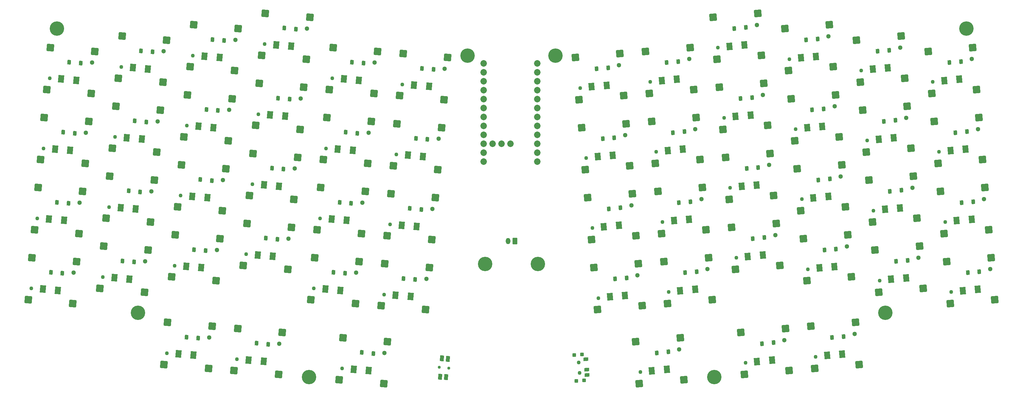
<source format=gbr>
%TF.GenerationSoftware,KiCad,Pcbnew,9.0.2*%
%TF.CreationDate,2025-06-04T11:45:29-06:00*%
%TF.ProjectId,chasm-v4,63686173-6d2d-4763-942e-6b696361645f,v1.0.0*%
%TF.SameCoordinates,Original*%
%TF.FileFunction,Soldermask,Top*%
%TF.FilePolarity,Negative*%
%FSLAX46Y46*%
G04 Gerber Fmt 4.6, Leading zero omitted, Abs format (unit mm)*
G04 Created by KiCad (PCBNEW 9.0.2) date 2025-06-04 11:45:29*
%MOMM*%
%LPD*%
G01*
G04 APERTURE LIST*
G04 Aperture macros list*
%AMRoundRect*
0 Rectangle with rounded corners*
0 $1 Rounding radius*
0 $2 $3 $4 $5 $6 $7 $8 $9 X,Y pos of 4 corners*
0 Add a 4 corners polygon primitive as box body*
4,1,4,$2,$3,$4,$5,$6,$7,$8,$9,$2,$3,0*
0 Add four circle primitives for the rounded corners*
1,1,$1+$1,$2,$3*
1,1,$1+$1,$4,$5*
1,1,$1+$1,$6,$7*
1,1,$1+$1,$8,$9*
0 Add four rect primitives between the rounded corners*
20,1,$1+$1,$2,$3,$4,$5,0*
20,1,$1+$1,$4,$5,$6,$7,0*
20,1,$1+$1,$6,$7,$8,$9,0*
20,1,$1+$1,$8,$9,$2,$3,0*%
G04 Aperture macros list end*
%ADD10C,1.852600*%
%ADD11C,0.900000*%
%ADD12RoundRect,0.262500X-0.853138X-0.715868X0.715868X-0.853138X0.853138X0.715868X-0.715868X0.853138X0*%
%ADD13RoundRect,0.050000X-0.859207X-0.928649X0.684895X-1.063740X0.859207X0.928649X-0.684895X1.063740X0*%
%ADD14C,1.300000*%
%ADD15C,1.100000*%
%ADD16RoundRect,0.262500X-0.715868X-0.853138X0.853138X-0.715868X0.715868X0.853138X-0.853138X0.715868X0*%
%ADD17RoundRect,0.050000X-0.684895X-1.063740X0.859207X-0.928649X0.684895X1.063740X-0.859207X0.928649X0*%
%ADD18RoundRect,0.050000X-0.500581X-0.558497X0.395994X-0.636937X0.500581X0.558497X-0.395994X0.636937X0*%
%ADD19RoundRect,0.050000X-0.395994X-0.636937X0.500581X-0.558497X0.395994X0.636937X-0.500581X0.558497X0*%
%ADD20O,1.300000X1.800000*%
%ADD21RoundRect,0.050000X0.600000X0.850000X-0.600000X0.850000X-0.600000X-0.850000X0.600000X-0.850000X0*%
%ADD22RoundRect,0.050000X-0.430552X0.815629X-0.565643X-0.728473X0.430552X-0.815629X0.565643X0.728473X0*%
%ADD23C,0.850000*%
%ADD24RoundRect,0.050000X0.487508X-0.409068X0.409068X0.487508X-0.487508X0.409068X-0.409068X-0.487508X0*%
%ADD25RoundRect,0.050000X0.661842X-0.393815X0.583402X0.502760X-0.661842X0.393815X-0.583402X-0.502760X0*%
%ADD26C,4.100000*%
G04 APERTURE END LIST*
D10*
%TO.C,MCU1*%
X230164623Y-61052559D03*
X227624623Y-61052559D03*
X225084623Y-61052559D03*
X222544623Y-38192559D03*
X222544623Y-40732559D03*
X222544623Y-43272559D03*
X222544623Y-45812559D03*
X222544623Y-48352559D03*
X222544623Y-50892559D03*
X222544623Y-53432559D03*
X222544623Y-55972559D03*
X222544623Y-58512559D03*
X222544623Y-61052559D03*
X222544623Y-63592559D03*
X222544623Y-66132559D03*
X237784623Y-66132559D03*
X237784623Y-63592559D03*
X237784623Y-61052559D03*
X237784623Y-58512559D03*
X237784623Y-55972559D03*
X237784623Y-53432559D03*
X237784623Y-50892559D03*
X237784623Y-48352559D03*
X237784623Y-45812559D03*
X237784623Y-43272559D03*
X237784623Y-40732559D03*
X237784623Y-38192559D03*
%TD*%
D11*
%TO.C,S1*%
X101537283Y-102794617D03*
X97278551Y-102422027D03*
D12*
X105802902Y-106530607D03*
X106848771Y-94576271D03*
X93151229Y-105423729D03*
X94197098Y-93469393D03*
D13*
X101537283Y-102794617D03*
X97278551Y-102422027D03*
D14*
X106017608Y-97765968D03*
D15*
X93982392Y-102234032D03*
%TD*%
D11*
%TO.C,S2*%
X103280398Y-82870723D03*
X99021666Y-82498133D03*
D12*
X107546017Y-86606713D03*
X108591886Y-74652377D03*
X94894344Y-85499835D03*
X95940213Y-73545499D03*
D13*
X103280398Y-82870723D03*
X99021666Y-82498133D03*
D14*
X107760723Y-77842074D03*
D15*
X95725507Y-82310138D03*
%TD*%
D11*
%TO.C,S3*%
X105023513Y-62946829D03*
X100764781Y-62574239D03*
D12*
X109289132Y-66682819D03*
X110335001Y-54728483D03*
X96637459Y-65575941D03*
X97683328Y-53621605D03*
D13*
X105023513Y-62946829D03*
X100764781Y-62574239D03*
D14*
X109503838Y-57918180D03*
D15*
X97468622Y-62386244D03*
%TD*%
D11*
%TO.C,S4*%
X106766628Y-43022935D03*
X102507896Y-42650345D03*
D12*
X111032247Y-46758925D03*
X112078116Y-34804589D03*
X98380574Y-45652047D03*
X99426443Y-33697711D03*
D13*
X106766628Y-43022935D03*
X102507896Y-42650345D03*
D14*
X111246953Y-37994286D03*
D15*
X99211737Y-42462350D03*
%TD*%
D11*
%TO.C,S5*%
X121896956Y-99556758D03*
X117638224Y-99184168D03*
D12*
X126162575Y-103292748D03*
X127208444Y-91338412D03*
X113510902Y-102185870D03*
X114556771Y-90231534D03*
D13*
X121896956Y-99556758D03*
X117638224Y-99184168D03*
D14*
X126377281Y-94528109D03*
D15*
X114342065Y-98996173D03*
%TD*%
D11*
%TO.C,S6*%
X123640071Y-79632864D03*
X119381339Y-79260274D03*
D12*
X127905690Y-83368854D03*
X128951559Y-71414518D03*
X115254017Y-82261976D03*
X116299886Y-70307640D03*
D13*
X123640071Y-79632864D03*
X119381339Y-79260274D03*
D14*
X128120396Y-74604215D03*
D15*
X116085180Y-79072279D03*
%TD*%
D11*
%TO.C,S7*%
X125383186Y-59708970D03*
X121124454Y-59336380D03*
D12*
X129648805Y-63444960D03*
X130694674Y-51490624D03*
X116997132Y-62338082D03*
X118043001Y-50383746D03*
D13*
X125383186Y-59708970D03*
X121124454Y-59336380D03*
D14*
X129863511Y-54680321D03*
D15*
X117828295Y-59148385D03*
%TD*%
D11*
%TO.C,S8*%
X127126300Y-39785076D03*
X122867568Y-39412486D03*
D12*
X131391919Y-43521066D03*
X132437788Y-31566730D03*
X118740246Y-42414188D03*
X119786115Y-30459852D03*
D13*
X127126300Y-39785076D03*
X122867568Y-39412486D03*
D14*
X131606625Y-34756427D03*
D15*
X119571409Y-39224491D03*
%TD*%
D11*
%TO.C,S9*%
X142256628Y-96318900D03*
X137997896Y-95946310D03*
D12*
X146522247Y-100054890D03*
X147568116Y-88100554D03*
X133870574Y-98948012D03*
X134916443Y-86993676D03*
D13*
X142256628Y-96318900D03*
X137997896Y-95946310D03*
D14*
X146736953Y-91290251D03*
D15*
X134701737Y-95758315D03*
%TD*%
D11*
%TO.C,S10*%
X143999743Y-76395006D03*
X139741011Y-76022416D03*
D12*
X148265362Y-80130996D03*
X149311231Y-68176660D03*
X135613689Y-79024118D03*
X136659558Y-67069782D03*
D13*
X143999743Y-76395006D03*
X139741011Y-76022416D03*
D14*
X148480068Y-71366357D03*
D15*
X136444852Y-75834421D03*
%TD*%
D11*
%TO.C,S11*%
X145742858Y-56471112D03*
X141484126Y-56098522D03*
D12*
X150008477Y-60207102D03*
X151054346Y-48252766D03*
X137356804Y-59100224D03*
X138402673Y-47145888D03*
D13*
X145742858Y-56471112D03*
X141484126Y-56098522D03*
D14*
X150223183Y-51442463D03*
D15*
X138187967Y-55910527D03*
%TD*%
D11*
%TO.C,S12*%
X147485973Y-36547218D03*
X143227241Y-36174628D03*
D12*
X151751592Y-40283208D03*
X152797461Y-28328872D03*
X139099919Y-39176330D03*
X140145788Y-27221994D03*
D13*
X147485973Y-36547218D03*
X143227241Y-36174628D03*
D14*
X151966298Y-31518569D03*
D15*
X139931082Y-35986633D03*
%TD*%
D11*
%TO.C,S13*%
X162616301Y-93081041D03*
X158357569Y-92708451D03*
D12*
X166881920Y-96817031D03*
X167927789Y-84862695D03*
X154230247Y-95710153D03*
X155276116Y-83755817D03*
D13*
X162616301Y-93081041D03*
X158357569Y-92708451D03*
D14*
X167096626Y-88052392D03*
D15*
X155061410Y-92520456D03*
%TD*%
D11*
%TO.C,S14*%
X164359416Y-73157147D03*
X160100684Y-72784557D03*
D12*
X168625035Y-76893137D03*
X169670904Y-64938801D03*
X155973362Y-75786259D03*
X157019231Y-63831923D03*
D13*
X164359416Y-73157147D03*
X160100684Y-72784557D03*
D14*
X168839741Y-68128498D03*
D15*
X156804525Y-72596562D03*
%TD*%
D11*
%TO.C,S15*%
X166102531Y-53233253D03*
X161843799Y-52860663D03*
D12*
X170368150Y-56969243D03*
X171414019Y-45014907D03*
X157716477Y-55862365D03*
X158762346Y-43908029D03*
D13*
X166102531Y-53233253D03*
X161843799Y-52860663D03*
D14*
X170582856Y-48204604D03*
D15*
X158547640Y-52672668D03*
%TD*%
D11*
%TO.C,S16*%
X167845646Y-33309359D03*
X163586914Y-32936769D03*
D12*
X172111265Y-37045349D03*
X173157134Y-25091013D03*
X159459592Y-35938471D03*
X160505461Y-23984135D03*
D13*
X167845646Y-33309359D03*
X163586914Y-32936769D03*
D14*
X172325971Y-28280710D03*
D15*
X160290755Y-32748774D03*
%TD*%
D11*
%TO.C,S17*%
X181842949Y-102793714D03*
X177584217Y-102421124D03*
D12*
X186108568Y-106529704D03*
X187154437Y-94575368D03*
X173456895Y-105422826D03*
X174502764Y-93468490D03*
D13*
X181842949Y-102793714D03*
X177584217Y-102421124D03*
D14*
X186323274Y-97765065D03*
D15*
X174288058Y-102233129D03*
%TD*%
D11*
%TO.C,S18*%
X183586064Y-82869819D03*
X179327332Y-82497229D03*
D12*
X187851683Y-86605809D03*
X188897552Y-74651473D03*
X175200010Y-85498931D03*
X176245879Y-73544595D03*
D13*
X183586064Y-82869819D03*
X179327332Y-82497229D03*
D14*
X188066389Y-77841170D03*
D15*
X176031173Y-82309234D03*
%TD*%
D11*
%TO.C,S19*%
X185329179Y-62945925D03*
X181070447Y-62573335D03*
D12*
X189594798Y-66681915D03*
X190640667Y-54727579D03*
X176943125Y-65575037D03*
X177988994Y-53620701D03*
D13*
X185329179Y-62945925D03*
X181070447Y-62573335D03*
D14*
X189809504Y-57917276D03*
D15*
X177774288Y-62385340D03*
%TD*%
D11*
%TO.C,S20*%
X187072294Y-43022031D03*
X182813562Y-42649441D03*
D12*
X191337913Y-46758021D03*
X192383782Y-34803685D03*
X178686240Y-45651143D03*
X179732109Y-33696807D03*
D13*
X187072294Y-43022031D03*
X182813562Y-42649441D03*
D14*
X191552619Y-37993382D03*
D15*
X179517403Y-42461446D03*
%TD*%
D11*
%TO.C,S21*%
X201766843Y-104536828D03*
X197508111Y-104164238D03*
D12*
X206032462Y-108272818D03*
X207078331Y-96318482D03*
X193380789Y-107165940D03*
X194426658Y-95211604D03*
D13*
X201766843Y-104536828D03*
X197508111Y-104164238D03*
D14*
X206247168Y-99508179D03*
D15*
X194211952Y-103976243D03*
%TD*%
D11*
%TO.C,S22*%
X203509958Y-84612934D03*
X199251226Y-84240344D03*
D12*
X207775577Y-88348924D03*
X208821446Y-76394588D03*
X195123904Y-87242046D03*
X196169773Y-75287710D03*
D13*
X203509958Y-84612934D03*
X199251226Y-84240344D03*
D14*
X207990283Y-79584285D03*
D15*
X195955067Y-84052349D03*
%TD*%
D11*
%TO.C,S23*%
X205253073Y-64689040D03*
X200994341Y-64316450D03*
D12*
X209518692Y-68425030D03*
X210564561Y-56470694D03*
X196867019Y-67318152D03*
X197912888Y-55363816D03*
D13*
X205253073Y-64689040D03*
X200994341Y-64316450D03*
D14*
X209733398Y-59660391D03*
D15*
X197698182Y-64128455D03*
%TD*%
D11*
%TO.C,S24*%
X206996188Y-44765146D03*
X202737456Y-44392556D03*
D12*
X211261807Y-48501136D03*
X212307676Y-36546800D03*
X198610134Y-47394258D03*
X199656003Y-35439922D03*
D13*
X206996188Y-44765146D03*
X202737456Y-44392556D03*
D14*
X211476513Y-39736497D03*
D15*
X199441297Y-44204561D03*
%TD*%
D11*
%TO.C,S25*%
X140077735Y-121223767D03*
X135819003Y-120851177D03*
D12*
X144343354Y-124959757D03*
X145389223Y-113005421D03*
X131691681Y-123852879D03*
X132737550Y-111898543D03*
D13*
X140077735Y-121223767D03*
X135819003Y-120851177D03*
D14*
X144558060Y-116195118D03*
D15*
X132522844Y-120663182D03*
%TD*%
D11*
%TO.C,S26*%
X160001629Y-122966882D03*
X155742897Y-122594292D03*
D12*
X164267248Y-126702872D03*
X165313117Y-114748536D03*
X151615575Y-125595994D03*
X152661444Y-113641658D03*
D13*
X160001629Y-122966882D03*
X155742897Y-122594292D03*
D14*
X164481954Y-117938233D03*
D15*
X152446738Y-122406297D03*
%TD*%
D11*
%TO.C,S27*%
X189887470Y-125581554D03*
X185628738Y-125208964D03*
D12*
X194153089Y-129317544D03*
X195198958Y-117363208D03*
X181501416Y-128210666D03*
X182547285Y-116256330D03*
D13*
X189887470Y-125581554D03*
X185628738Y-125208964D03*
D14*
X194367795Y-120552905D03*
D15*
X182332579Y-125020969D03*
%TD*%
D11*
%TO.C,S28*%
X362917017Y-102485215D03*
X358658285Y-102857805D03*
D16*
X367766580Y-105423729D03*
X366720711Y-93469393D03*
X355114907Y-106530607D03*
X354069038Y-94576271D03*
D17*
X362917017Y-102485215D03*
X358658285Y-102857805D03*
D14*
X366456060Y-96754961D03*
D15*
X355379558Y-103245039D03*
%TD*%
D11*
%TO.C,S29*%
X361173903Y-82561321D03*
X356915171Y-82933911D03*
D16*
X366023466Y-85499835D03*
X364977597Y-73545499D03*
X353371793Y-86606713D03*
X352325924Y-74652377D03*
D17*
X361173903Y-82561321D03*
X356915171Y-82933911D03*
D14*
X364712946Y-76831067D03*
D15*
X353636444Y-83321145D03*
%TD*%
D11*
%TO.C,S30*%
X359430788Y-62637427D03*
X355172056Y-63010017D03*
D16*
X364280351Y-65575941D03*
X363234482Y-53621605D03*
X351628678Y-66682819D03*
X350582809Y-54728483D03*
D17*
X359430788Y-62637427D03*
X355172056Y-63010017D03*
D14*
X362969831Y-56907173D03*
D15*
X351893329Y-63397251D03*
%TD*%
D11*
%TO.C,S31*%
X357687673Y-42713533D03*
X353428941Y-43086123D03*
D16*
X362537236Y-45652047D03*
X361491367Y-33697711D03*
X349885563Y-46758925D03*
X348839694Y-34804589D03*
D17*
X357687673Y-42713533D03*
X353428941Y-43086123D03*
D14*
X361226716Y-36983279D03*
D15*
X350150214Y-43473357D03*
%TD*%
D11*
%TO.C,S32*%
X342557345Y-99247356D03*
X338298613Y-99619946D03*
D16*
X347406908Y-102185870D03*
X346361039Y-90231534D03*
X334755235Y-103292748D03*
X333709366Y-91338412D03*
D17*
X342557345Y-99247356D03*
X338298613Y-99619946D03*
D14*
X346096388Y-93517102D03*
D15*
X335019886Y-100007180D03*
%TD*%
D11*
%TO.C,S33*%
X340814230Y-79323462D03*
X336555498Y-79696052D03*
D16*
X345663793Y-82261976D03*
X344617924Y-70307640D03*
X333012120Y-83368854D03*
X331966251Y-71414518D03*
D17*
X340814230Y-79323462D03*
X336555498Y-79696052D03*
D14*
X344353273Y-73593208D03*
D15*
X333276771Y-80083286D03*
%TD*%
D11*
%TO.C,S34*%
X339071115Y-59399568D03*
X334812383Y-59772158D03*
D16*
X343920678Y-62338082D03*
X342874809Y-50383746D03*
X331269005Y-63444960D03*
X330223136Y-51490624D03*
D17*
X339071115Y-59399568D03*
X334812383Y-59772158D03*
D14*
X342610158Y-53669314D03*
D15*
X331533656Y-60159392D03*
%TD*%
D11*
%TO.C,S35*%
X337328000Y-39475674D03*
X333069268Y-39848264D03*
D16*
X342177563Y-42414188D03*
X341131694Y-30459852D03*
X329525890Y-43521066D03*
X328480021Y-31566730D03*
D17*
X337328000Y-39475674D03*
X333069268Y-39848264D03*
D14*
X340867043Y-33745420D03*
D15*
X329790541Y-40235498D03*
%TD*%
D11*
%TO.C,S36*%
X322197672Y-96009498D03*
X317938940Y-96382088D03*
D16*
X327047235Y-98948012D03*
X326001366Y-86993676D03*
X314395562Y-100054890D03*
X313349693Y-88100554D03*
D17*
X322197672Y-96009498D03*
X317938940Y-96382088D03*
D14*
X325736715Y-90279244D03*
D15*
X314660213Y-96769322D03*
%TD*%
D11*
%TO.C,S37*%
X320454557Y-76085604D03*
X316195825Y-76458194D03*
D16*
X325304120Y-79024118D03*
X324258251Y-67069782D03*
X312652447Y-80130996D03*
X311606578Y-68176660D03*
D17*
X320454557Y-76085604D03*
X316195825Y-76458194D03*
D14*
X323993600Y-70355350D03*
D15*
X312917098Y-76845428D03*
%TD*%
D11*
%TO.C,S38*%
X318711442Y-56161710D03*
X314452710Y-56534300D03*
D16*
X323561005Y-59100224D03*
X322515136Y-47145888D03*
X310909332Y-60207102D03*
X309863463Y-48252766D03*
D17*
X318711442Y-56161710D03*
X314452710Y-56534300D03*
D14*
X322250485Y-50431456D03*
D15*
X311173983Y-56921534D03*
%TD*%
D11*
%TO.C,S39*%
X316968327Y-36237816D03*
X312709595Y-36610406D03*
D16*
X321817890Y-39176330D03*
X320772021Y-27221994D03*
X309166217Y-40283208D03*
X308120348Y-28328872D03*
D17*
X316968327Y-36237816D03*
X312709595Y-36610406D03*
D14*
X320507370Y-30507562D03*
D15*
X309430868Y-36997640D03*
%TD*%
D11*
%TO.C,S40*%
X301837999Y-92771639D03*
X297579267Y-93144229D03*
D16*
X306687562Y-95710153D03*
X305641693Y-83755817D03*
X294035889Y-96817031D03*
X292990020Y-84862695D03*
D17*
X301837999Y-92771639D03*
X297579267Y-93144229D03*
D14*
X305377042Y-87041385D03*
D15*
X294300540Y-93531463D03*
%TD*%
D11*
%TO.C,S41*%
X300094884Y-72847745D03*
X295836152Y-73220335D03*
D16*
X304944447Y-75786259D03*
X303898578Y-63831923D03*
X292292774Y-76893137D03*
X291246905Y-64938801D03*
D17*
X300094884Y-72847745D03*
X295836152Y-73220335D03*
D14*
X303633927Y-67117491D03*
D15*
X292557425Y-73607569D03*
%TD*%
D11*
%TO.C,S42*%
X298351770Y-52923851D03*
X294093038Y-53296441D03*
D16*
X303201333Y-55862365D03*
X302155464Y-43908029D03*
X290549660Y-56969243D03*
X289503791Y-45014907D03*
D17*
X298351770Y-52923851D03*
X294093038Y-53296441D03*
D14*
X301890813Y-47193597D03*
D15*
X290814311Y-53683675D03*
%TD*%
D11*
%TO.C,S43*%
X296608655Y-32999957D03*
X292349923Y-33372547D03*
D16*
X301458218Y-35938471D03*
X300412349Y-23984135D03*
X288806545Y-37045349D03*
X287760676Y-25091013D03*
D17*
X296608655Y-32999957D03*
X292349923Y-33372547D03*
D14*
X300147698Y-27269703D03*
D15*
X289071196Y-33759781D03*
%TD*%
D11*
%TO.C,S44*%
X282611351Y-102484312D03*
X278352619Y-102856902D03*
D16*
X287460914Y-105422826D03*
X286415045Y-93468490D03*
X274809241Y-106529704D03*
X273763372Y-94575368D03*
D17*
X282611351Y-102484312D03*
X278352619Y-102856902D03*
D14*
X286150394Y-96754058D03*
D15*
X275073892Y-103244136D03*
%TD*%
D11*
%TO.C,S45*%
X280868236Y-82560417D03*
X276609504Y-82933007D03*
D16*
X285717799Y-85498931D03*
X284671930Y-73544595D03*
X273066126Y-86605809D03*
X272020257Y-74651473D03*
D17*
X280868236Y-82560417D03*
X276609504Y-82933007D03*
D14*
X284407279Y-76830163D03*
D15*
X273330777Y-83320241D03*
%TD*%
D11*
%TO.C,S46*%
X279125122Y-62636523D03*
X274866390Y-63009113D03*
D16*
X283974685Y-65575037D03*
X282928816Y-53620701D03*
X271323012Y-66681915D03*
X270277143Y-54727579D03*
D17*
X279125122Y-62636523D03*
X274866390Y-63009113D03*
D14*
X282664165Y-56906269D03*
D15*
X271587663Y-63396347D03*
%TD*%
D11*
%TO.C,S47*%
X277382007Y-42712629D03*
X273123275Y-43085219D03*
D16*
X282231570Y-45651143D03*
X281185701Y-33696807D03*
X269579897Y-46758021D03*
X268534028Y-34803685D03*
D17*
X277382007Y-42712629D03*
X273123275Y-43085219D03*
D14*
X280921050Y-36982375D03*
D15*
X269844548Y-43472453D03*
%TD*%
D11*
%TO.C,S48*%
X262687457Y-104227426D03*
X258428725Y-104600016D03*
D16*
X267537020Y-107165940D03*
X266491151Y-95211604D03*
X254885347Y-108272818D03*
X253839478Y-96318482D03*
D17*
X262687457Y-104227426D03*
X258428725Y-104600016D03*
D14*
X266226500Y-98497172D03*
D15*
X255149998Y-104987250D03*
%TD*%
D11*
%TO.C,S49*%
X260944343Y-84303532D03*
X256685611Y-84676122D03*
D16*
X265793906Y-87242046D03*
X264748037Y-75287710D03*
X253142233Y-88348924D03*
X252096364Y-76394588D03*
D17*
X260944343Y-84303532D03*
X256685611Y-84676122D03*
D14*
X264483386Y-78573278D03*
D15*
X253406884Y-85063356D03*
%TD*%
D11*
%TO.C,S50*%
X259201228Y-64379638D03*
X254942496Y-64752228D03*
D16*
X264050791Y-67318152D03*
X263004922Y-55363816D03*
X251399118Y-68425030D03*
X250353249Y-56470694D03*
D17*
X259201228Y-64379638D03*
X254942496Y-64752228D03*
D14*
X262740271Y-58649384D03*
D15*
X251663769Y-65139462D03*
%TD*%
D11*
%TO.C,S51*%
X257458113Y-44455744D03*
X253199381Y-44828334D03*
D16*
X262307676Y-47394258D03*
X261261807Y-35439922D03*
X249656003Y-48501136D03*
X248610134Y-36546800D03*
D17*
X257458113Y-44455744D03*
X253199381Y-44828334D03*
D14*
X260997156Y-38725490D03*
D15*
X249920654Y-45215568D03*
%TD*%
D11*
%TO.C,S52*%
X324376566Y-120914365D03*
X320117834Y-121286955D03*
D16*
X329226129Y-123852879D03*
X328180260Y-111898543D03*
X316574456Y-124959757D03*
X315528587Y-113005421D03*
D17*
X324376566Y-120914365D03*
X320117834Y-121286955D03*
D14*
X327915609Y-115184111D03*
D15*
X316839107Y-121674189D03*
%TD*%
D11*
%TO.C,S53*%
X304452672Y-122657480D03*
X300193940Y-123030070D03*
D16*
X309302235Y-125595994D03*
X308256366Y-113641658D03*
X296650562Y-126702872D03*
X295604693Y-114748536D03*
D17*
X304452672Y-122657480D03*
X300193940Y-123030070D03*
D14*
X307991715Y-116927226D03*
D15*
X296915213Y-123417304D03*
%TD*%
D11*
%TO.C,S54*%
X274566831Y-125272152D03*
X270308099Y-125644742D03*
D16*
X279416394Y-128210666D03*
X278370525Y-116256330D03*
X266764721Y-129317544D03*
X265718852Y-117363208D03*
D17*
X274566831Y-125272152D03*
X270308099Y-125644742D03*
D14*
X278105874Y-119541898D03*
D15*
X267029372Y-126031976D03*
%TD*%
D18*
%TO.C,D1*%
X102840374Y-97939715D03*
X99552932Y-97652101D03*
%TD*%
%TO.C,D2*%
X104583489Y-78015821D03*
X101296047Y-77728207D03*
%TD*%
%TO.C,D3*%
X106326604Y-58091927D03*
X103039162Y-57804313D03*
%TD*%
%TO.C,D4*%
X108069719Y-38168033D03*
X104782277Y-37880419D03*
%TD*%
%TO.C,D5*%
X123200047Y-94701856D03*
X119912605Y-94414242D03*
%TD*%
%TO.C,D6*%
X124943162Y-74777962D03*
X121655720Y-74490348D03*
%TD*%
%TO.C,D7*%
X126686276Y-54854068D03*
X123398834Y-54566454D03*
%TD*%
%TO.C,D8*%
X128429391Y-34930174D03*
X125141949Y-34642560D03*
%TD*%
%TO.C,D9*%
X143559719Y-91463998D03*
X140272277Y-91176384D03*
%TD*%
%TO.C,D10*%
X145302834Y-71540104D03*
X142015392Y-71252490D03*
%TD*%
%TO.C,D11*%
X147045949Y-51616210D03*
X143758507Y-51328596D03*
%TD*%
%TO.C,D12*%
X148789064Y-31692316D03*
X145501622Y-31404702D03*
%TD*%
%TO.C,D13*%
X163919392Y-88226139D03*
X160631950Y-87938525D03*
%TD*%
%TO.C,D14*%
X165662507Y-68302245D03*
X162375065Y-68014631D03*
%TD*%
%TO.C,D15*%
X167405622Y-48378351D03*
X164118180Y-48090737D03*
%TD*%
%TO.C,D16*%
X169148737Y-28454457D03*
X165861295Y-28166843D03*
%TD*%
%TO.C,D17*%
X183146040Y-97938811D03*
X179858598Y-97651197D03*
%TD*%
%TO.C,D18*%
X184889155Y-78014917D03*
X181601713Y-77727303D03*
%TD*%
%TO.C,D19*%
X186632270Y-58091023D03*
X183344828Y-57803409D03*
%TD*%
%TO.C,D20*%
X188375385Y-38167129D03*
X185087943Y-37879515D03*
%TD*%
%TO.C,D21*%
X203069934Y-99681926D03*
X199782492Y-99394312D03*
%TD*%
%TO.C,D22*%
X204813049Y-79758032D03*
X201525607Y-79470418D03*
%TD*%
%TO.C,D23*%
X206556164Y-59834138D03*
X203268722Y-59546524D03*
%TD*%
%TO.C,D24*%
X208299279Y-39910244D03*
X205011837Y-39622630D03*
%TD*%
%TO.C,D25*%
X141380826Y-116368865D03*
X138093384Y-116081251D03*
%TD*%
%TO.C,D26*%
X161304720Y-118111980D03*
X158017278Y-117824366D03*
%TD*%
%TO.C,D27*%
X191190561Y-120726652D03*
X187903119Y-120439038D03*
%TD*%
D19*
%TO.C,D28*%
X363357267Y-97477790D03*
X360069825Y-97765404D03*
%TD*%
%TO.C,D29*%
X361614152Y-77553895D03*
X358326710Y-77841509D03*
%TD*%
%TO.C,D30*%
X359871037Y-57630001D03*
X356583595Y-57917615D03*
%TD*%
%TO.C,D31*%
X358127922Y-37706107D03*
X354840480Y-37993721D03*
%TD*%
%TO.C,D32*%
X342997594Y-94239931D03*
X339710152Y-94527545D03*
%TD*%
%TO.C,D33*%
X341254479Y-74316037D03*
X337967037Y-74603651D03*
%TD*%
%TO.C,D34*%
X339511364Y-54392143D03*
X336223922Y-54679757D03*
%TD*%
%TO.C,D35*%
X337768249Y-34468249D03*
X334480807Y-34755863D03*
%TD*%
%TO.C,D36*%
X322637921Y-91002072D03*
X319350479Y-91289686D03*
%TD*%
%TO.C,D37*%
X320894807Y-71078178D03*
X317607365Y-71365792D03*
%TD*%
%TO.C,D38*%
X319151692Y-51154284D03*
X315864250Y-51441898D03*
%TD*%
%TO.C,D39*%
X317408577Y-31230390D03*
X314121135Y-31518004D03*
%TD*%
%TO.C,D40*%
X302278249Y-87764214D03*
X298990807Y-88051828D03*
%TD*%
%TO.C,D41*%
X300535134Y-67840320D03*
X297247692Y-68127934D03*
%TD*%
%TO.C,D42*%
X298792019Y-47916426D03*
X295504577Y-48204040D03*
%TD*%
%TO.C,D43*%
X297048904Y-27992532D03*
X293761462Y-28280146D03*
%TD*%
%TO.C,D44*%
X283051601Y-97476886D03*
X279764159Y-97764500D03*
%TD*%
%TO.C,D45*%
X281308486Y-77552992D03*
X278021044Y-77840606D03*
%TD*%
%TO.C,D46*%
X279565371Y-57629098D03*
X276277929Y-57916712D03*
%TD*%
%TO.C,D47*%
X277822256Y-37705204D03*
X274534814Y-37992818D03*
%TD*%
%TO.C,D48*%
X263127707Y-99220001D03*
X259840265Y-99507615D03*
%TD*%
%TO.C,D49*%
X261384592Y-79296107D03*
X258097150Y-79583721D03*
%TD*%
%TO.C,D50*%
X259641477Y-59372213D03*
X256354035Y-59659827D03*
%TD*%
%TO.C,D51*%
X257898362Y-39448319D03*
X254610920Y-39735933D03*
%TD*%
%TO.C,D52*%
X324816815Y-115906940D03*
X321529373Y-116194554D03*
%TD*%
%TO.C,D53*%
X304892921Y-117650055D03*
X301605479Y-117937669D03*
%TD*%
%TO.C,D54*%
X275007080Y-120264727D03*
X271719638Y-120552341D03*
%TD*%
D20*
%TO.C,JST1*%
X229458905Y-88742211D03*
D21*
X231458905Y-88742211D03*
%TD*%
D22*
%TO.C,B1*%
X210187116Y-127332448D03*
X210644683Y-122102426D03*
X211880647Y-127480612D03*
X212338214Y-122250590D03*
D23*
X209892897Y-124671680D03*
X212632433Y-124911358D03*
%TD*%
D24*
%TO.C,T1*%
X248881807Y-128573311D03*
X251073435Y-128381568D03*
X250428483Y-121009727D03*
X248236855Y-121201470D03*
D25*
X251918349Y-126852109D03*
X251787616Y-125357817D03*
X251526149Y-122369233D03*
D15*
X249785879Y-126285811D03*
X249524411Y-123297227D03*
%TD*%
D26*
%TO.C,*%
X222958905Y-95318317D03*
%TD*%
%TO.C,*%
X237958905Y-95318317D03*
%TD*%
%TO.C,*%
X217958905Y-36000000D03*
%TD*%
%TO.C,*%
X124294777Y-109152257D03*
%TD*%
%TO.C,*%
X336623032Y-109152257D03*
%TD*%
%TO.C,*%
X101250662Y-28336300D03*
%TD*%
%TO.C,*%
X359667147Y-28336300D03*
%TD*%
%TO.C,*%
X172884332Y-127456769D03*
%TD*%
%TO.C,*%
X288033478Y-127456769D03*
%TD*%
%TO.C,*%
X242958905Y-36000000D03*
%TD*%
M02*

</source>
